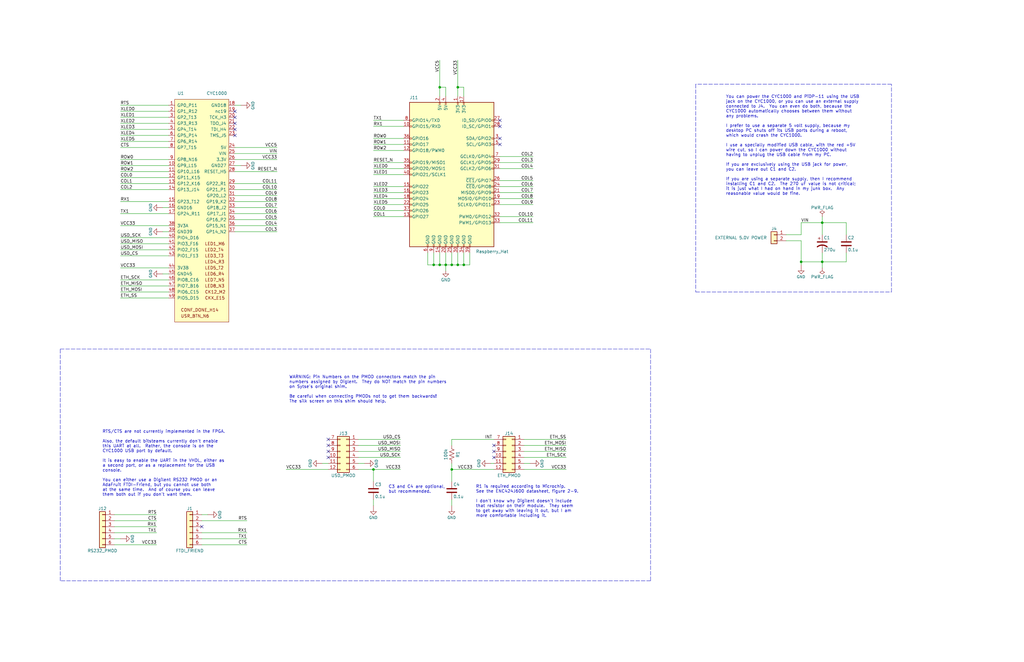
<source format=kicad_sch>
(kicad_sch (version 20210621) (generator eeschema)
  (paper "USLedger")
  (title_block (title "PDP2011 Shim for PiDP-11") (date "2021-01-28") (rev "1") (company "Falco Engineering"))
  (lib_symbols
    (symbol "Connector_Generic:Conn_01x02" (pin_names (offset 1.016) hide)
      (property "Reference" "J" (at 0 2.54 0))
      (property "Value" "Connector_Generic_Conn_01x02" (at 0 -5.08 0))
      (symbol "Conn_01x02_1_1"
        (rectangle (start -1.27 -2.413) (end 0 -2.667) (stroke (width 0.1524)))
        (rectangle (start -1.27 0.127) (end 0 -0.127) (stroke (width 0.1524)))
        (rectangle (start -1.27 1.27) (end 1.27 -3.81) (stroke (width 0.254)) (fill (type background)))
        (pin passive line (at -5.08 0 0) (length 3.81) (name "Pin_1") (number "1"))
        (pin passive line (at -5.08 -2.54 0) (length 3.81) (name "Pin_2") (number "2"))
      )
    )
    (symbol "Connector_Generic:Conn_01x06" (pin_names (offset 1.016) hide)
      (property "Reference" "J" (at 0 7.62 0))
      (property "Value" "Connector_Generic_Conn_01x06" (at 0 -10.16 0))
      (symbol "Conn_01x06_1_1"
        (rectangle (start -1.27 -7.493) (end 0 -7.747) (stroke (width 0.1524)))
        (rectangle (start -1.27 -4.953) (end 0 -5.207) (stroke (width 0.1524)))
        (rectangle (start -1.27 -2.413) (end 0 -2.667) (stroke (width 0.1524)))
        (rectangle (start -1.27 0.127) (end 0 -0.127) (stroke (width 0.1524)))
        (rectangle (start -1.27 2.667) (end 0 2.413) (stroke (width 0.1524)))
        (rectangle (start -1.27 5.207) (end 0 4.953) (stroke (width 0.1524)))
        (rectangle (start -1.27 6.35) (end 1.27 -8.89) (stroke (width 0.254)) (fill (type background)))
        (pin passive line (at -5.08 5.08 0) (length 3.81) (name "Pin_1") (number "1"))
        (pin passive line (at -5.08 2.54 0) (length 3.81) (name "Pin_2") (number "2"))
        (pin passive line (at -5.08 0 0) (length 3.81) (name "Pin_3") (number "3"))
        (pin passive line (at -5.08 -2.54 0) (length 3.81) (name "Pin_4") (number "4"))
        (pin passive line (at -5.08 -5.08 0) (length 3.81) (name "Pin_5") (number "5"))
        (pin passive line (at -5.08 -7.62 0) (length 3.81) (name "Pin_6") (number "6"))
      )
    )
    (symbol "Connector_Generic:Conn_02x06_Top_Bottom" (pin_names (offset 1.016) hide)
      (property "Reference" "J" (at 1.27 7.62 0))
      (property "Value" "Connector_Generic_Conn_02x06_Top_Bottom" (at 1.27 -10.16 0))
      (symbol "Conn_02x06_Top_Bottom_1_1"
        (rectangle (start -1.27 -7.493) (end 0 -7.747) (stroke (width 0.1524)))
        (rectangle (start -1.27 -4.953) (end 0 -5.207) (stroke (width 0.1524)))
        (rectangle (start -1.27 -2.413) (end 0 -2.667) (stroke (width 0.1524)))
        (rectangle (start -1.27 0.127) (end 0 -0.127) (stroke (width 0.1524)))
        (rectangle (start -1.27 2.667) (end 0 2.413) (stroke (width 0.1524)))
        (rectangle (start -1.27 5.207) (end 0 4.953) (stroke (width 0.1524)))
        (rectangle (start -1.27 6.35) (end 3.81 -8.89) (stroke (width 0.254)) (fill (type background)))
        (rectangle (start 3.81 -7.493) (end 2.54 -7.747) (stroke (width 0.1524)))
        (rectangle (start 3.81 -4.953) (end 2.54 -5.207) (stroke (width 0.1524)))
        (rectangle (start 3.81 -2.413) (end 2.54 -2.667) (stroke (width 0.1524)))
        (rectangle (start 3.81 0.127) (end 2.54 -0.127) (stroke (width 0.1524)))
        (rectangle (start 3.81 2.667) (end 2.54 2.413) (stroke (width 0.1524)))
        (rectangle (start 3.81 5.207) (end 2.54 4.953) (stroke (width 0.1524)))
        (pin passive line (at -5.08 5.08 0) (length 3.81) (name "Pin_1") (number "1"))
        (pin passive line (at 7.62 -2.54 180) (length 3.81) (name "Pin_10") (number "10"))
        (pin passive line (at 7.62 -5.08 180) (length 3.81) (name "Pin_11") (number "11"))
        (pin passive line (at 7.62 -7.62 180) (length 3.81) (name "Pin_12") (number "12"))
        (pin passive line (at -5.08 2.54 0) (length 3.81) (name "Pin_2") (number "2"))
        (pin passive line (at -5.08 0 0) (length 3.81) (name "Pin_3") (number "3"))
        (pin passive line (at -5.08 -2.54 0) (length 3.81) (name "Pin_4") (number "4"))
        (pin passive line (at -5.08 -5.08 0) (length 3.81) (name "Pin_5") (number "5"))
        (pin passive line (at -5.08 -7.62 0) (length 3.81) (name "Pin_6") (number "6"))
        (pin passive line (at 7.62 5.08 180) (length 3.81) (name "Pin_7") (number "7"))
        (pin passive line (at 7.62 2.54 180) (length 3.81) (name "Pin_8") (number "8"))
        (pin passive line (at 7.62 0 180) (length 3.81) (name "Pin_9") (number "9"))
      )
    )
    (symbol "Device:C" (pin_numbers hide) (pin_names (offset 0.254))
      (property "Reference" "C" (at 0.635 2.54 0))
      (property "Value" "Device_C" (at 0.635 -2.54 0))
      (symbol "C_0_1"
        (polyline (pts (xy -2.032 -0.762) (xy 2.032 -0.762)) (stroke (width 0.508)))
        (polyline (pts (xy -2.032 0.762) (xy 2.032 0.762)) (stroke (width 0.508)))
      )
      (symbol "C_1_1"
        (pin passive line (at 0 3.81 270) (length 2.794) (name "~") (number "1"))
        (pin passive line (at 0 -3.81 90) (length 2.794) (name "~") (number "2"))
      )
    )
    (symbol "Device:CP1" (pin_numbers hide) (pin_names (offset 0.254) hide)
      (property "Reference" "C" (at 0.635 2.54 0))
      (property "Value" "Device_CP1" (at 0.635 -2.54 0))
      (symbol "CP1_0_1"
        (polyline (pts (xy -2.032 0.762) (xy 2.032 0.762)) (stroke (width 0.508)))
        (polyline (pts (xy -1.778 2.286) (xy -0.762 2.286)))
        (polyline (pts (xy -1.27 1.778) (xy -1.27 2.794)))
        (arc (start 2.032 -1.27) (mid 0 -0.5572) (end -2.032 -1.27) (stroke (width 0.508)))
      )
      (symbol "CP1_1_1"
        (pin passive line (at 0 3.81 270) (length 2.794) (name "~") (number "1"))
        (pin passive line (at 0 -3.81 90) (length 3.302) (name "~") (number "2"))
      )
    )
    (symbol "Device:R_US" (pin_numbers hide) (pin_names (offset 0))
      (property "Reference" "R" (at 2.54 0 90))
      (property "Value" "Device_R_US" (at -2.54 0 90))
      (symbol "R_US_0_1"
        (polyline (pts (xy 0 -2.286) (xy 0 -2.54)))
        (polyline (pts (xy 0 2.286) (xy 0 2.54)))
        (polyline (pts (xy 0 -0.762) (xy 1.016 -1.143) (xy 0 -1.524) (xy -1.016 -1.905) (xy 0 -2.286)))
        (polyline (pts (xy 0 0.762) (xy 1.016 0.381) (xy 0 0) (xy -1.016 -0.381) (xy 0 -0.762)))
        (polyline (pts (xy 0 2.286) (xy 1.016 1.905) (xy 0 1.524) (xy -1.016 1.143) (xy 0 0.762)))
      )
      (symbol "R_US_1_1"
        (pin passive line (at 0 3.81 270) (length 1.27) (name "~") (number "1"))
        (pin passive line (at 0 -3.81 90) (length 1.27) (name "~") (number "2"))
      )
    )
    (symbol "falco_CHAMP:GND" (power) (pin_numbers hide) (pin_names (offset 1.016) hide)
      (property "Value" "GND" (at -1.905 -3.175 0))
      (symbol "GND_1_0"
        (polyline (pts (xy -1.27 0) (xy 1.27 0)))
        (polyline (pts (xy 0 -1.27) (xy -1.27 0)))
        (polyline (pts (xy 0 2.54) (xy 0 0)))
        (polyline (pts (xy 1.27 0) (xy 0 -1.27)))
      )
      (symbol "GND_1_1"
        (pin power_in line (at 0 2.54 270) (length 2.54) hide (name "GND") (number "~"))
      )
    )
    (symbol "falco_fpga:CYC1000" (pin_names (offset 1.016))
      (property "Reference" "U" (at -7.62 5.08 0))
      (property "Value" "CYC1000" (at 7.62 5.08 0))
      (symbol "CYC1000_0_0"
        (text "CK12_M2" (at 2.54 -78.74 0) (effects (font (size 1.27 1.27)) (justify left)))
        (text "CKX_E15" (at 2.54 -81.28 0) (effects (font (size 1.27 1.27)) (justify left)))
        (text "CONF_DONE_H14" (at -7.62 -86.36 0) (effects (font (size 1.27 1.27)) (justify left)))
        (text "LED1_M6" (at 2.54 -58.42 0) (effects (font (size 1.27 1.27)) (justify left)))
        (text "LED2_T4" (at 2.54 -60.96 0) (effects (font (size 1.27 1.27)) (justify left)))
        (text "LED3_T3" (at 2.54 -63.5 0) (effects (font (size 1.27 1.27)) (justify left)))
        (text "LED4_R3" (at 2.54 -66.04 0) (effects (font (size 1.27 1.27)) (justify left)))
        (text "LED5_T2" (at 2.54 -68.58 0) (effects (font (size 1.27 1.27)) (justify left)))
        (text "LED6_R4" (at 2.54 -71.12 0) (effects (font (size 1.27 1.27)) (justify left)))
        (text "LED7_N5" (at 2.54 -73.66 0) (effects (font (size 1.27 1.27)) (justify left)))
        (text "LED8_N3" (at 2.54 -76.2 0) (effects (font (size 1.27 1.27)) (justify left)))
        (text "USR_BTN_N6" (at -7.62 -88.9 0) (effects (font (size 1.27 1.27)) (justify left)))
      )
      (symbol "CYC1000_0_1"
        (rectangle (start -10.16 -91.44) (end 12.7 2.54) (fill (type background)))
      )
      (symbol "CYC1000_1_1"
        (pin bidirectional line (at -12.7 0 0) (length 2.54) (name "GP0_P11") (number "1"))
        (pin bidirectional line (at -12.7 -25.4 0) (length 2.54) (name "GP9_L15") (number "10"))
        (pin bidirectional line (at -12.7 -27.94 0) (length 2.54) (name "GP10_L16") (number "11"))
        (pin bidirectional line (at -12.7 -30.48 0) (length 2.54) (name "GP11_K15") (number "12"))
        (pin bidirectional line (at -12.7 -33.02 0) (length 2.54) (name "GP12_K16") (number "13"))
        (pin bidirectional line (at -12.7 -35.56 0) (length 2.54) (name "GP13_J14") (number "14"))
        (pin bidirectional line (at -12.7 -40.64 0) (length 2.54) (name "GP23_T12") (number "15"))
        (pin power_in line (at -12.7 -43.18 0) (length 2.54) (name "GND16") (number "16"))
        (pin bidirectional line (at -12.7 -45.72 0) (length 2.54) (name "GP24_R11") (number "17"))
        (pin power_in line (at 15.24 0 180) (length 2.54) (name "GND18") (number "18"))
        (pin passive line (at 15.24 -2.54 180) (length 2.54) (name "nc19") (number "19"))
        (pin bidirectional line (at -12.7 -2.54 0) (length 2.54) (name "GP1_R12") (number "2"))
        (pin input line (at 15.24 -5.08 180) (length 2.54) (name "TCK_H3") (number "20"))
        (pin output line (at 15.24 -7.62 180) (length 2.54) (name "TDO_J4") (number "21"))
        (pin input line (at 15.24 -10.16 180) (length 2.54) (name "TDI_H4") (number "22"))
        (pin input line (at 15.24 -12.7 180) (length 2.54) (name "TMS_J5") (number "23"))
        (pin power_out line (at 15.24 -17.78 180) (length 2.54) (name "5V") (number "24"))
        (pin power_in line (at 15.24 -20.32 180) (length 2.54) (name "VIN") (number "25"))
        (pin power_out line (at 15.24 -22.86 180) (length 2.54) (name "3.3V") (number "26"))
        (pin power_in line (at 15.24 -25.4 180) (length 2.54) (name "GND27") (number "27"))
        (pin input line (at 15.24 -27.94 180) (length 2.54) (name "RESET_H5") (number "28"))
        (pin bidirectional line (at 15.24 -33.02 180) (length 2.54) (name "GP22_R1") (number "29"))
        (pin bidirectional line (at -12.7 -5.08 0) (length 2.54) (name "GP2_T13") (number "3"))
        (pin bidirectional line (at 15.24 -35.56 180) (length 2.54) (name "GP21_P1") (number "30"))
        (pin bidirectional line (at 15.24 -38.1 180) (length 2.54) (name "GP20_L2") (number "31"))
        (pin bidirectional line (at 15.24 -40.64 180) (length 2.54) (name "GP19_K2") (number "32"))
        (pin bidirectional line (at 15.24 -43.18 180) (length 2.54) (name "GP18_J2") (number "33"))
        (pin bidirectional line (at 15.24 -45.72 180) (length 2.54) (name "GP17_J1") (number "34"))
        (pin bidirectional line (at 15.24 -48.26 180) (length 2.54) (name "GP16_P2") (number "35"))
        (pin bidirectional line (at 15.24 -50.8 180) (length 2.54) (name "GP15_N1") (number "36"))
        (pin bidirectional line (at 15.24 -53.34 180) (length 2.54) (name "GP14_N2") (number "37"))
        (pin passive line (at -12.7 -50.8 0) (length 2.54) (name "3V3A") (number "38"))
        (pin power_in line (at -12.7 -53.34 0) (length 2.54) (name "GND39") (number "39"))
        (pin bidirectional line (at -12.7 -7.62 0) (length 2.54) (name "GP3_R13") (number "4"))
        (pin bidirectional line (at -12.7 -55.88 0) (length 2.54) (name "PIO4_D16") (number "40"))
        (pin bidirectional line (at -12.7 -58.42 0) (length 2.54) (name "PIO3_F16") (number "41"))
        (pin bidirectional line (at -12.7 -60.96 0) (length 2.54) (name "PIO2_F15") (number "42"))
        (pin bidirectional line (at -12.7 -63.5 0) (length 2.54) (name "PIO1_F13") (number "43"))
        (pin passive line (at -12.7 -68.58 0) (length 2.54) (name "3V3B") (number "44"))
        (pin power_in line (at -12.7 -71.12 0) (length 2.54) (name "GND45") (number "45"))
        (pin bidirectional line (at -12.7 -73.66 0) (length 2.54) (name "PIO8_C16") (number "46"))
        (pin bidirectional line (at -12.7 -76.2 0) (length 2.54) (name "PIO7_B16") (number "47"))
        (pin bidirectional line (at -12.7 -78.74 0) (length 2.54) (name "PIO6_C15") (number "48"))
        (pin bidirectional line (at -12.7 -81.28 0) (length 2.54) (name "PIO5_D15") (number "49"))
        (pin bidirectional line (at -12.7 -10.16 0) (length 2.54) (name "GP4_T14") (number "5"))
        (pin bidirectional line (at -12.7 -12.7 0) (length 2.54) (name "GP5_P14") (number "6"))
        (pin bidirectional line (at -12.7 -15.24 0) (length 2.54) (name "GP6_R14") (number "7"))
        (pin bidirectional line (at -12.7 -17.78 0) (length 2.54) (name "GP7_T15") (number "8"))
        (pin bidirectional line (at -12.7 -22.86 0) (length 2.54) (name "GP8_N16") (number "9"))
      )
    )
    (symbol "falco_pi:Raspberry_Hat" (pin_names (offset 1.016))
      (property "Reference" "J" (at -17.78 31.75 0))
      (property "Value" "Raspberry_Hat" (at 10.16 -31.75 0))
      (symbol "Raspberry_Hat_0_1"
        (rectangle (start -17.78 30.48) (end 17.78 -30.48) (stroke (width 0.254)) (fill (type background)))
      )
      (symbol "Raspberry_Hat_1_1"
        (rectangle (start -16.891 -17.526) (end -17.78 -18.034))
        (rectangle (start -16.891 -14.986) (end -17.78 -15.494))
        (rectangle (start -16.891 -12.446) (end -17.78 -12.954))
        (rectangle (start -16.891 -9.906) (end -17.78 -10.414))
        (rectangle (start -16.891 -7.366) (end -17.78 -7.874))
        (rectangle (start -16.891 -4.826) (end -17.78 -5.334))
        (rectangle (start -16.891 0.254) (end -17.78 -0.254))
        (rectangle (start -16.891 2.794) (end -17.78 2.286))
        (rectangle (start -16.891 5.334) (end -17.78 4.826))
        (rectangle (start -16.891 10.414) (end -17.78 9.906))
        (rectangle (start -16.891 12.954) (end -17.78 12.446))
        (rectangle (start -16.891 15.494) (end -17.78 14.986))
        (rectangle (start -16.891 20.574) (end -17.78 20.066))
        (rectangle (start -16.891 23.114) (end -17.78 22.606))
        (rectangle (start -10.414 -29.591) (end -9.906 -30.48))
        (rectangle (start -7.874 -29.591) (end -7.366 -30.48))
        (rectangle (start -5.334 -29.591) (end -4.826 -30.48))
        (rectangle (start -5.334 30.48) (end -4.826 29.591))
        (rectangle (start -2.794 -29.591) (end -2.286 -30.48))
        (rectangle (start -2.794 30.48) (end -2.286 29.591))
        (rectangle (start -0.254 -29.591) (end 0.254 -30.48))
        (rectangle (start 2.286 -29.591) (end 2.794 -30.48))
        (rectangle (start 2.286 30.48) (end 2.794 29.591))
        (rectangle (start 4.826 -29.591) (end 5.334 -30.48))
        (rectangle (start 4.826 30.48) (end 5.334 29.591))
        (rectangle (start 7.366 -29.591) (end 7.874 -30.48))
        (rectangle (start 17.78 -20.066) (end 16.891 -20.574))
        (rectangle (start 17.78 -17.526) (end 16.891 -18.034))
        (rectangle (start 17.78 -12.446) (end 16.891 -12.954))
        (rectangle (start 17.78 -9.906) (end 16.891 -10.414))
        (rectangle (start 17.78 -7.366) (end 16.891 -7.874))
        (rectangle (start 17.78 -4.826) (end 16.891 -5.334))
        (rectangle (start 17.78 -2.286) (end 16.891 -2.794))
        (rectangle (start 17.78 2.794) (end 16.891 2.286))
        (rectangle (start 17.78 5.334) (end 16.891 4.826))
        (rectangle (start 17.78 7.874) (end 16.891 7.366))
        (rectangle (start 17.78 12.954) (end 16.891 12.446))
        (rectangle (start 17.78 15.494) (end 16.891 14.986))
        (rectangle (start 17.78 20.574) (end 16.891 20.066))
        (rectangle (start 17.78 23.114) (end 16.891 22.606))
        (pin power_in line (at 2.54 33.02 270) (length 2.54) (name "3V3") (number "1"))
        (pin bidirectional line (at -20.32 20.32 0) (length 2.54) (name "GPIO15/RXD") (number "10"))
        (pin bidirectional line (at -20.32 12.7 0) (length 2.54) (name "GPIO17") (number "11"))
        (pin bidirectional line (at -20.32 10.16 0) (length 2.54) (name "GPIO18/PWM0") (number "12"))
        (pin bidirectional line (at -20.32 -17.78 0) (length 2.54) (name "GPIO27") (number "13"))
        (pin power_in line (at -5.08 -33.02 90) (length 2.54) (name "GND") (number "14"))
        (pin bidirectional line (at -20.32 -5.08 0) (length 2.54) (name "GPIO22") (number "15"))
        (pin bidirectional line (at -20.32 -7.62 0) (length 2.54) (name "GPIO23") (number "16"))
        (pin power_in line (at 5.08 33.02 270) (length 2.54) (name "3V3") (number "17"))
        (pin bidirectional line (at -20.32 -10.16 0) (length 2.54) (name "GPIO24") (number "18"))
        (pin bidirectional line (at 20.32 -10.16 180) (length 2.54) (name "MOSI0/GPIO10") (number "19"))
        (pin power_in line (at -5.08 33.02 270) (length 2.54) (name "5V") (number "2"))
        (pin power_in line (at -2.54 -33.02 90) (length 2.54) (name "GND") (number "20"))
        (pin bidirectional line (at 20.32 -7.62 180) (length 2.54) (name "MISO0/GPIO9") (number "21"))
        (pin bidirectional line (at -20.32 -12.7 0) (length 2.54) (name "GPIO25") (number "22"))
        (pin bidirectional line (at 20.32 -12.7 180) (length 2.54) (name "SCLK0/GPIO11") (number "23"))
        (pin bidirectional line (at 20.32 -5.08 180) (length 2.54) (name "~{CE0}/GPIO8") (number "24"))
        (pin power_in line (at 0 -33.02 90) (length 2.54) (name "GND") (number "25"))
        (pin bidirectional line (at 20.32 -2.54 180) (length 2.54) (name "~{CE1}/GPIO7") (number "26"))
        (pin bidirectional line (at 20.32 22.86 180) (length 2.54) (name "ID_SD/GPIO0") (number "27"))
        (pin bidirectional line (at 20.32 20.32 180) (length 2.54) (name "ID_SC/GPIO1") (number "28"))
        (pin bidirectional line (at 20.32 5.08 180) (length 2.54) (name "GCLK1/GPIO5") (number "29"))
        (pin bidirectional line (at 20.32 15.24 180) (length 2.54) (name "SDA/GPIO2") (number "3"))
        (pin power_in line (at 2.54 -33.02 90) (length 2.54) (name "GND") (number "30"))
        (pin bidirectional line (at 20.32 2.54 180) (length 2.54) (name "GCLK2/GPIO6") (number "31"))
        (pin bidirectional line (at 20.32 -17.78 180) (length 2.54) (name "PWM0/GPIO12") (number "32"))
        (pin bidirectional line (at 20.32 -20.32 180) (length 2.54) (name "PWM1/GPIO13") (number "33"))
        (pin power_in line (at 5.08 -33.02 90) (length 2.54) (name "GND") (number "34"))
        (pin bidirectional line (at -20.32 5.08 0) (length 2.54) (name "GPIO19/MISO1") (number "35"))
        (pin bidirectional line (at -20.32 15.24 0) (length 2.54) (name "GPIO16") (number "36"))
        (pin bidirectional line (at -20.32 -15.24 0) (length 2.54) (name "GPIO26") (number "37"))
        (pin bidirectional line (at -20.32 2.54 0) (length 2.54) (name "GPIO20/MOSI1") (number "38"))
        (pin power_in line (at 7.62 -33.02 90) (length 2.54) (name "GND") (number "39"))
        (pin power_in line (at -2.54 33.02 270) (length 2.54) (name "5V") (number "4"))
        (pin bidirectional line (at -20.32 0 0) (length 2.54) (name "GPIO21/SCLK1") (number "40"))
        (pin bidirectional line (at 20.32 12.7 180) (length 2.54) (name "SCL/GPIO3") (number "5"))
        (pin power_in line (at -10.16 -33.02 90) (length 2.54) (name "GND") (number "6"))
        (pin bidirectional line (at 20.32 7.62 180) (length 2.54) (name "GCLK0/GPIO4") (number "7"))
        (pin bidirectional line (at -20.32 22.86 0) (length 2.54) (name "GPIO14/TXD") (number "8"))
        (pin power_in line (at -7.62 -33.02 90) (length 2.54) (name "GND") (number "9"))
      )
    )
    (symbol "power:GND" (power) (pin_names (offset 0))
      (property "Value" "power_GND" (at 0 -3.81 0))
      (symbol "GND_0_1"
        (polyline (pts (xy 0 0) (xy 0 -1.27) (xy 1.27 -1.27) (xy 0 -2.54) (xy -1.27 -1.27) (xy 0 -1.27)))
      )
      (symbol "GND_1_1"
        (pin power_in line (at 0 0 270) (length 0) hide (name "GND") (number "1"))
      )
    )
    (symbol "power:PWR_FLAG" (power) (pin_numbers hide) (pin_names (offset 0) hide)
      (property "Value" "power_PWR_FLAG" (at 0 3.81 0))
      (symbol "PWR_FLAG_0_0"
        (pin power_out line (at 0 0 90) (length 0) (name "pwr") (number "1"))
      )
      (symbol "PWR_FLAG_0_1"
        (polyline (pts (xy 0 0) (xy 0 1.27) (xy -1.016 1.905) (xy 0 2.54) (xy 1.016 1.905) (xy 0 1.27)))
      )
    )
  )
  (junction (at 193.04 111.76))
  (junction (at 337.82 110.49))
  (junction (at 182.88 111.76))
  (junction (at 185.42 111.76))
  (junction (at 346.71 110.49))
  (junction (at 190.5 198.12))
  (junction (at 195.58 111.76))
  (junction (at 190.5 111.76))
  (junction (at 157.48 198.12))
  (junction (at 346.71 93.98))
  (junction (at 193.04 36.83))
  (junction (at 185.42 36.83))
  (junction (at 187.96 111.76))
  (no_connect (at 210.82 60.96))
  (no_connect (at 208.28 187.96))
  (no_connect (at 99.06 57.15))
  (no_connect (at 99.06 52.07))
  (no_connect (at 208.28 190.5))
  (no_connect (at 99.06 46.99))
  (no_connect (at 138.43 185.42))
  (no_connect (at 99.06 49.53))
  (no_connect (at 210.82 50.8))
  (no_connect (at 138.43 193.04))
  (no_connect (at 85.09 222.25))
  (no_connect (at 99.06 54.61))
  (no_connect (at 210.82 58.42))
  (no_connect (at 210.82 53.34))
  (no_connect (at 138.43 187.96))
  (no_connect (at 208.28 193.04))
  (no_connect (at 138.43 190.5))
  (wire (pts (xy 238.76 193.04) (xy 220.98 193.04)))
  (wire (pts (xy 356.87 93.98) (xy 356.87 99.06)))
  (wire (pts (xy 187.96 114.3) (xy 187.96 111.76)))
  (wire (pts (xy 66.04 219.71) (xy 48.26 219.71)))
  (wire (pts (xy 157.48 53.34) (xy 170.18 53.34)))
  (wire (pts (xy 185.42 111.76) (xy 187.96 111.76)))
  (wire (pts (xy 71.12 46.99) (xy 50.8 46.99)))
  (wire (pts (xy 50.8 227.33) (xy 48.26 227.33)))
  (wire (pts (xy 187.96 36.83) (xy 185.42 36.83)))
  (wire (pts (xy 238.76 185.42) (xy 220.98 185.42)))
  (wire (pts (xy 50.8 49.53) (xy 71.12 49.53)))
  (wire (pts (xy 223.52 195.58) (xy 220.98 195.58)))
  (wire (pts (xy 195.58 106.68) (xy 195.58 111.76)))
  (wire (pts (xy 195.58 111.76) (xy 198.12 111.76)))
  (wire (pts (xy 157.48 81.28) (xy 170.18 81.28)))
  (wire (pts (xy 346.71 91.44) (xy 346.71 93.98)))
  (wire (pts (xy 195.58 36.83) (xy 195.58 40.64)))
  (wire (pts (xy 337.82 110.49) (xy 346.71 110.49)))
  (wire (pts (xy 50.8 107.95) (xy 71.12 107.95)))
  (wire (pts (xy 50.8 100.33) (xy 71.12 100.33)))
  (wire (pts (xy 157.48 83.82) (xy 170.18 83.82)))
  (wire (pts (xy 116.84 97.79) (xy 99.06 97.79)))
  (wire (pts (xy 182.88 106.68) (xy 182.88 111.76)))
  (wire (pts (xy 190.5 185.42) (xy 208.28 185.42)))
  (wire (pts (xy 157.48 210.82) (xy 157.48 213.36)))
  (wire (pts (xy 337.82 101.6) (xy 337.82 110.49)))
  (wire (pts (xy 187.96 111.76) (xy 190.5 111.76)))
  (wire (pts (xy 157.48 58.42) (xy 170.18 58.42)))
  (wire (pts (xy 68.58 115.57) (xy 71.12 115.57)))
  (wire (pts (xy 104.14 224.79) (xy 85.09 224.79)))
  (polyline (pts (xy 293.37 123.19) (xy 375.92 123.19)))
  (wire (pts (xy 157.48 60.96) (xy 170.18 60.96)))
  (wire (pts (xy 66.04 229.87) (xy 48.26 229.87)))
  (wire (pts (xy 185.42 36.83) (xy 185.42 40.64)))
  (wire (pts (xy 135.89 195.58) (xy 138.43 195.58)))
  (wire (pts (xy 116.84 85.09) (xy 99.06 85.09)))
  (wire (pts (xy 50.8 72.39) (xy 71.12 72.39)))
  (wire (pts (xy 116.84 62.23) (xy 99.06 62.23)))
  (wire (pts (xy 157.48 71.12) (xy 170.18 71.12)))
  (polyline (pts (xy 25.4 245.11) (xy 25.4 147.32)))
  (wire (pts (xy 180.34 106.68) (xy 180.34 111.76)))
  (wire (pts (xy 193.04 36.83) (xy 193.04 40.64)))
  (wire (pts (xy 50.8 57.15) (xy 71.12 57.15)))
  (wire (pts (xy 346.71 93.98) (xy 356.87 93.98)))
  (wire (pts (xy 238.76 198.12) (xy 220.98 198.12)))
  (wire (pts (xy 185.42 106.68) (xy 185.42 111.76)))
  (wire (pts (xy 50.8 69.85) (xy 71.12 69.85)))
  (wire (pts (xy 346.71 110.49) (xy 356.87 110.49)))
  (wire (pts (xy 187.96 40.64) (xy 187.96 36.83)))
  (wire (pts (xy 337.82 110.49) (xy 337.82 111.76)))
  (wire (pts (xy 116.84 95.25) (xy 99.06 95.25)))
  (wire (pts (xy 50.8 95.25) (xy 71.12 95.25)))
  (wire (pts (xy 182.88 111.76) (xy 185.42 111.76)))
  (polyline (pts (xy 25.4 147.32) (xy 274.32 147.32)))
  (wire (pts (xy 224.79 78.74) (xy 210.82 78.74)))
  (wire (pts (xy 168.91 190.5) (xy 151.13 190.5)))
  (wire (pts (xy 331.47 101.6) (xy 337.82 101.6)))
  (wire (pts (xy 337.82 93.98) (xy 346.71 93.98)))
  (wire (pts (xy 157.48 198.12) (xy 151.13 198.12)))
  (wire (pts (xy 50.8 62.23) (xy 71.12 62.23)))
  (wire (pts (xy 50.8 85.09) (xy 71.12 85.09)))
  (wire (pts (xy 157.48 198.12) (xy 157.48 203.2)))
  (wire (pts (xy 50.8 77.47) (xy 71.12 77.47)))
  (wire (pts (xy 224.79 93.98) (xy 210.82 93.98)))
  (wire (pts (xy 116.84 92.71) (xy 99.06 92.71)))
  (wire (pts (xy 224.79 91.44) (xy 210.82 91.44)))
  (polyline (pts (xy 293.37 35.56) (xy 293.37 123.19)))
  (wire (pts (xy 66.04 222.25) (xy 48.26 222.25)))
  (wire (pts (xy 66.04 224.79) (xy 48.26 224.79)))
  (wire (pts (xy 190.5 195.58) (xy 190.5 198.12)))
  (polyline (pts (xy 274.32 245.11) (xy 25.4 245.11)))
  (wire (pts (xy 116.84 67.31) (xy 99.06 67.31)))
  (wire (pts (xy 116.84 80.01) (xy 99.06 80.01)))
  (wire (pts (xy 238.76 187.96) (xy 220.98 187.96)))
  (wire (pts (xy 50.8 90.17) (xy 71.12 90.17)))
  (wire (pts (xy 224.79 71.12) (xy 210.82 71.12)))
  (wire (pts (xy 50.8 123.19) (xy 71.12 123.19)))
  (wire (pts (xy 120.65 198.12) (xy 138.43 198.12)))
  (wire (pts (xy 50.8 118.11) (xy 71.12 118.11)))
  (wire (pts (xy 50.8 44.45) (xy 71.12 44.45)))
  (wire (pts (xy 190.5 106.68) (xy 190.5 111.76)))
  (wire (pts (xy 190.5 198.12) (xy 190.5 203.2)))
  (wire (pts (xy 346.71 99.06) (xy 346.71 93.98)))
  (wire (pts (xy 157.48 88.9) (xy 170.18 88.9)))
  (wire (pts (xy 50.8 74.93) (xy 71.12 74.93)))
  (wire (pts (xy 116.84 87.63) (xy 99.06 87.63)))
  (wire (pts (xy 66.04 217.17) (xy 48.26 217.17)))
  (wire (pts (xy 157.48 91.44) (xy 170.18 91.44)))
  (wire (pts (xy 346.71 110.49) (xy 346.71 113.03)))
  (wire (pts (xy 238.76 190.5) (xy 220.98 190.5)))
  (wire (pts (xy 157.48 78.74) (xy 170.18 78.74)))
  (wire (pts (xy 50.8 120.65) (xy 71.12 120.65)))
  (wire (pts (xy 50.8 59.69) (xy 71.12 59.69)))
  (wire (pts (xy 190.5 198.12) (xy 208.28 198.12)))
  (wire (pts (xy 85.09 227.33) (xy 104.14 227.33)))
  (wire (pts (xy 50.8 105.41) (xy 71.12 105.41)))
  (wire (pts (xy 356.87 110.49) (xy 356.87 106.68)))
  (wire (pts (xy 185.42 25.4) (xy 185.42 36.83)))
  (wire (pts (xy 157.48 63.5) (xy 170.18 63.5)))
  (wire (pts (xy 157.48 68.58) (xy 170.18 68.58)))
  (wire (pts (xy 50.8 67.31) (xy 71.12 67.31)))
  (wire (pts (xy 207.01 195.58) (xy 208.28 195.58)))
  (wire (pts (xy 101.6 44.45) (xy 99.06 44.45)))
  (wire (pts (xy 190.5 111.76) (xy 193.04 111.76)))
  (wire (pts (xy 193.04 106.68) (xy 193.04 111.76)))
  (wire (pts (xy 168.91 187.96) (xy 151.13 187.96)))
  (wire (pts (xy 224.79 86.36) (xy 210.82 86.36)))
  (wire (pts (xy 116.84 77.47) (xy 99.06 77.47)))
  (wire (pts (xy 50.8 54.61) (xy 71.12 54.61)))
  (wire (pts (xy 170.18 50.8) (xy 157.48 50.8)))
  (wire (pts (xy 346.71 106.68) (xy 346.71 110.49)))
  (wire (pts (xy 50.8 80.01) (xy 71.12 80.01)))
  (wire (pts (xy 337.82 99.06) (xy 337.82 93.98)))
  (wire (pts (xy 224.79 68.58) (xy 210.82 68.58)))
  (wire (pts (xy 157.48 86.36) (xy 170.18 86.36)))
  (wire (pts (xy 85.09 217.17) (xy 87.63 217.17)))
  (wire (pts (xy 168.91 185.42) (xy 151.13 185.42)))
  (wire (pts (xy 116.84 64.77) (xy 99.06 64.77)))
  (wire (pts (xy 168.91 198.12) (xy 157.48 198.12)))
  (wire (pts (xy 168.91 193.04) (xy 151.13 193.04)))
  (wire (pts (xy 101.6 69.85) (xy 99.06 69.85)))
  (wire (pts (xy 104.14 219.71) (xy 85.09 219.71)))
  (wire (pts (xy 190.5 210.82) (xy 190.5 213.36)))
  (polyline (pts (xy 274.32 147.32) (xy 274.32 245.11)))
  (wire (pts (xy 224.79 66.04) (xy 210.82 66.04)))
  (wire (pts (xy 157.48 73.66) (xy 170.18 73.66)))
  (wire (pts (xy 224.79 83.82) (xy 210.82 83.82)))
  (wire (pts (xy 187.96 106.68) (xy 187.96 111.76)))
  (wire (pts (xy 116.84 72.39) (xy 99.06 72.39)))
  (wire (pts (xy 50.8 52.07) (xy 71.12 52.07)))
  (wire (pts (xy 331.47 99.06) (xy 337.82 99.06)))
  (wire (pts (xy 50.8 113.03) (xy 71.12 113.03)))
  (wire (pts (xy 116.84 82.55) (xy 99.06 82.55)))
  (wire (pts (xy 198.12 111.76) (xy 198.12 106.68)))
  (wire (pts (xy 193.04 25.4) (xy 193.04 36.83)))
  (wire (pts (xy 193.04 111.76) (xy 195.58 111.76)))
  (wire (pts (xy 153.67 195.58) (xy 151.13 195.58)))
  (wire (pts (xy 224.79 76.2) (xy 210.82 76.2)))
  (wire (pts (xy 180.34 111.76) (xy 182.88 111.76)))
  (wire (pts (xy 50.8 125.73) (xy 71.12 125.73)))
  (wire (pts (xy 193.04 36.83) (xy 195.58 36.83)))
  (wire (pts (xy 68.58 87.63) (xy 71.12 87.63)))
  (wire (pts (xy 50.8 102.87) (xy 71.12 102.87)))
  (wire (pts (xy 68.58 97.79) (xy 71.12 97.79)))
  (wire (pts (xy 224.79 81.28) (xy 210.82 81.28)))
  (wire (pts (xy 116.84 90.17) (xy 99.06 90.17)))
  (wire (pts (xy 104.14 229.87) (xy 85.09 229.87)))
  (polyline (pts (xy 375.92 123.19) (xy 375.92 35.56)))
  (polyline (pts (xy 375.92 35.56) (xy 293.37 35.56)))
  (wire (pts (xy 190.5 187.96) (xy 190.5 185.42)))
  (text "You can power the CYC1000 and PiDP-11 using the USB\njack on the CYC1000, or you can use an external supply\nconnected to J4.  You can even do both, because the\nCYC1000 automatically chooses between them without\nany problems.\n\nI prefer to use a separate 5 volt supply, because my\ndesktop PC shuts off its USB ports during a reboot,\nwhich would crash the CYC1000.\n\nI use a specially modified USB cable, with the red +5V\nwire cut, so I can power down the CYC1000 without\nhaving to unplug the USB cable from my PC.\n\nIf you are exclusively using the USB jack for power,\nyou can leave out C1 and C2.\n\nIf you are using a separate supply, then I recommend\ninstalling C1 and C2.  The 270 uF value is not critical;\nit is just what I had on hand in my junk box.  Any\nreasonable value would be fine." (at 306.07 82.55 0) (effects (font (size 1.27 1.27)) (justify left bottom)))
  (text "WARNING: Pin Numbers on the PMOD connectors match the pin\nnumbers assigned by Diglent.  They do NOT match the pin numbers\non Sytse's original shim.\n\nBe careful when connecting PMODs not to get them backwards!\nThe silk screen on this shim should help." (at 121.92 170.18 0) (effects (font (size 1.27 1.27)) (justify left bottom)))
  (text "C3 and C4 are optional,\nbut recommended." (at 163.83 208.28 0) (effects (font (size 1.27 1.27)) (justify left bottom)))
  (text "RTS/CTS are not currently implemented in the FPGA.\n\nAlso, the default bitsteams currently don't enable\nthis UART at all.  Rather, the console is on the\nCYC1000 USB port by default.\n\nIt is easy to enable the UART in the VHDL, either as\na second port, or as a replacement for the USB\nconsole.\n\nYou can either use a Digilent RS232 PMOD or an\nAdaFruit FTDI-Friend, but you cannot use both\nat the same time.  And of course you can leave\nthem both out if you don't want them." (at 43.18 209.55 0) (effects (font (size 1.27 1.27)) (justify left bottom)))
  (text "R1 is required according to Microchip.\nSee the ENC424J600 datasheet, figure 2-9.\n\nI don't know why Digilent doesn't include\nthat resistor on their module.  They seem\nto get away with leaving it out, but I am\nmore comfortable including it." (at 200.66 218.44 0) (effects (font (size 1.27 1.27)) (justify left bottom)))
  (label "VCC33" (at 120.65 198.12 0))
  (label "VIN" (at 116.84 64.77 180))
  (label "XLED0" (at 50.8 46.99 0))
  (label "ETH_MISO" (at 238.76 190.5 180))
  (label "USD_MISO" (at 168.91 190.5 180))
  (label "VCC33" (at 193.04 198.12 0))
  (label "ROW0" (at 157.48 58.42 0))
  (label "XLED3" (at 157.48 81.28 0))
  (label "XLED3" (at 50.8 54.61 0))
  (label "RX1" (at 157.48 53.34 0))
  (label "RX1" (at 50.8 85.09 0))
  (label "RTS" (at 104.14 219.71 180))
  (label "ETH_MOSI" (at 238.76 187.96 180))
  (label "ETH_SCK" (at 50.8 118.11 0))
  (label "COL10" (at 116.84 80.01 180))
  (label "ROW2" (at 50.8 72.39 0))
  (label "USD_CS" (at 50.8 107.95 0))
  (label "XLED1" (at 50.8 49.53 0))
  (label "VCC33" (at 50.8 95.25 0))
  (label "USD_MOSI" (at 50.8 105.41 0))
  (label "RX1" (at 66.04 222.25 180))
  (label "COL11" (at 224.79 93.98 180))
  (label "USD_MISO" (at 50.8 102.87 0))
  (label "XLED5" (at 157.48 86.36 0))
  (label "RESET_N" (at 116.84 72.39 180))
  (label "COL4" (at 224.79 71.12 180))
  (label "RTS" (at 50.8 44.45 0))
  (label "XLED0" (at 157.48 71.12 0))
  (label "VCC33" (at 168.91 198.12 180))
  (label "CTS" (at 104.14 229.87 180))
  (label "RESET_N" (at 157.48 68.58 0))
  (label "VCC33" (at 238.76 198.12 180))
  (label "COL3" (at 224.79 68.58 180))
  (label "COL0" (at 50.8 74.93 0))
  (label "COL8" (at 224.79 83.82 180))
  (label "ROW0" (at 50.8 67.31 0))
  (label "USD_CS" (at 168.91 185.42 180))
  (label "XLED2" (at 50.8 52.07 0))
  (label "COL3" (at 116.84 97.79 180))
  (label "ROW2" (at 157.48 63.5 0))
  (label "COL4" (at 116.84 95.25 180))
  (label "COL7" (at 116.84 87.63 180))
  (label "VCC5" (at 185.42 25.4 270))
  (label "RX1" (at 104.14 224.79 180))
  (label "ETH_SCK" (at 238.76 193.04 180))
  (label "CTS" (at 50.8 62.23 0))
  (label "CTS" (at 66.04 219.71 180))
  (label "XLED4" (at 157.48 83.82 0))
  (label "TX1" (at 104.14 227.33 180))
  (label "XLED5" (at 50.8 59.69 0))
  (label "COL11" (at 116.84 77.47 180))
  (label "ETH_SS" (at 50.8 125.73 0))
  (label "COL9" (at 224.79 86.36 180))
  (label "TX1" (at 66.04 224.79 180))
  (label "VCC33" (at 50.8 113.03 0))
  (label "VIN" (at 337.82 93.98 0))
  (label "COL10" (at 224.79 91.44 180))
  (label "COL5" (at 224.79 76.2 180))
  (label "VCC5" (at 116.84 62.23 180))
  (label "COL8" (at 116.84 85.09 180))
  (label "COL1" (at 157.48 91.44 0))
  (label "ETH_MISO" (at 50.8 120.65 0))
  (label "COL6" (at 116.84 90.17 180))
  (label "COL0" (at 157.48 88.9 0))
  (label "ROW1" (at 157.48 60.96 0))
  (label "XLED4" (at 50.8 57.15 0))
  (label "VCC33" (at 193.04 25.4 270))
  (label "COL9" (at 116.84 82.55 180))
  (label "COL1" (at 50.8 77.47 0))
  (label "COL6" (at 224.79 78.74 180))
  (label "XLED2" (at 157.48 78.74 0))
  (label "USD_MOSI" (at 168.91 187.96 180))
  (label "COL2" (at 50.8 80.01 0))
  (label "COL2" (at 224.79 66.04 180))
  (label "USD_SCK" (at 168.91 193.04 180))
  (label "VCC33" (at 66.04 229.87 180))
  (label "ETH_MOSI" (at 50.8 123.19 0))
  (label "XLED1" (at 157.48 73.66 0))
  (label "USD_SCK" (at 50.8 100.33 0))
  (label "VCC33" (at 116.84 67.31 180))
  (label "INT" (at 204.47 185.42 0))
  (label "RTS" (at 66.04 217.17 180))
  (label "TX1" (at 50.8 90.17 0))
  (label "COL7" (at 224.79 81.28 180))
  (label "ETH_SS" (at 238.76 185.42 180))
  (label "TX1" (at 157.48 50.8 0))
  (label "COL5" (at 116.84 92.71 180))
  (label "ROW1" (at 50.8 69.85 0))
  (symbol (lib_id "Connector_Generic:Conn_02x06_Top_Bottom") (at 146.05 190.5 0) (mirror y) (unit 1)
    (property "Reference" "J13" (at 144.78 182.88 0))
    (property "Value" "USD_PMOD" (at 144.78 200.66 0))
    (property "Footprint" "falco_digilent:uSD-2x6" (effects hide))
  )
  (symbol (lib_id "falco_CHAMP:GND") (at 133.35 195.58 270) (unit 1)
    (property "Reference" "#SUPPLY011" (effects hide))
    (property "Value" "GND" (at 130.175 193.675 0) (effects (font (size 1.143 1.143)) (justify left bottom)))
  )
  (symbol (lib_id "Device:C") (at 157.48 207.01 0) (unit 1)
    (property "Reference" "C3" (at 158.115 204.47 0) (effects (justify left)))
    (property "Value" "0.1u" (at 158.115 209.55 0) (effects (justify left)))
    (property "Footprint" "Capacitor_THT:C_Disc_D5.0mm_W2.5mm_P5.00mm" (effects hide))
  )
  (symbol (lib_id "Device:C") (at 190.5 207.01 0) (unit 1)
    (property "Reference" "C4" (at 191.135 204.47 0) (effects (justify left)))
    (property "Value" "0.1u" (at 191.135 209.55 0) (effects (justify left)))
    (property "Footprint" "Capacitor_THT:C_Disc_D5.0mm_W2.5mm_P5.00mm" (effects hide))
  )
  (symbol (lib_id "falco_fpga:CYC1000") (at 83.82 44.45 0) (unit 1)
    (property "Reference" "U1" (at 76.2 39.37 0))
    (property "Value" "CYC1000" (at 91.44 39.37 0))
    (property "Footprint" "falco_CYC1000:CYC1000" (effects hide))
  )
  (symbol (lib_id "power:GND") (at 187.96 114.3 0) (unit 1)
    (property "Reference" "#PWR01" (effects hide))
    (property "Value" "GND" (at 187.96 118.11 0))
  )
  (symbol (lib_id "falco_CHAMP:GND") (at 104.14 44.45 90) (unit 1)
    (property "Reference" "#SUPPLY01" (effects hide))
    (property "Value" "GND" (at 107.315 46.355 0) (effects (font (size 1.143 1.143)) (justify left bottom)))
  )
  (symbol (lib_id "falco_CHAMP:GND") (at 104.14 69.85 90) (unit 1)
    (property "Reference" "#SUPPLY02" (effects hide))
    (property "Value" "GND" (at 107.315 71.755 0) (effects (font (size 1.143 1.143)) (justify left bottom)))
  )
  (symbol (lib_id "falco_CHAMP:GND") (at 66.04 87.63 270) (unit 1)
    (property "Reference" "#SUPPLY03" (effects hide))
    (property "Value" "GND" (at 62.865 85.725 0) (effects (font (size 1.143 1.143)) (justify left bottom)))
  )
  (symbol (lib_id "falco_CHAMP:GND") (at 66.04 97.79 270) (unit 1)
    (property "Reference" "#SUPPLY04" (effects hide))
    (property "Value" "GND" (at 62.865 95.885 0) (effects (font (size 1.143 1.143)) (justify left bottom)))
  )
  (symbol (lib_id "falco_CHAMP:GND") (at 66.04 115.57 270) (unit 1)
    (property "Reference" "#SUPPLY05" (effects hide))
    (property "Value" "GND" (at 62.865 113.665 0) (effects (font (size 1.143 1.143)) (justify left bottom)))
  )
  (symbol (lib_id "falco_CHAMP:GND") (at 157.48 215.9 0) (unit 1)
    (property "Reference" "#SUPPLY0103" (effects hide))
    (property "Value" "GND" (at 155.575 219.075 0) (effects (font (size 1.143 1.143)) (justify left bottom)))
  )
  (symbol (lib_id "falco_CHAMP:GND") (at 190.5 215.9 0) (unit 1)
    (property "Reference" "#SUPPLY0104" (effects hide))
    (property "Value" "GND" (at 188.595 219.075 0) (effects (font (size 1.143 1.143)) (justify left bottom)))
  )
  (symbol (lib_id "Connector_Generic:Conn_01x06") (at 43.18 222.25 0) (mirror y) (unit 1)
    (property "Reference" "J12" (at 43.18 214.63 0))
    (property "Value" "RS232_PMOD" (at 43.18 232.41 0))
    (property "Footprint" "falco_digilent:rs232-1x6" (effects hide))
  )
  (symbol (lib_id "Connector_Generic:Conn_02x06_Top_Bottom") (at 215.9 190.5 0) (mirror y) (unit 1)
    (property "Reference" "J14" (at 214.63 182.88 0))
    (property "Value" "ETH_PMOD" (at 214.63 200.66 0))
    (property "Footprint" "falco_digilent:ethernet-2x6" (effects hide))
  )
  (symbol (lib_id "Device:R_US") (at 190.5 191.77 0) (unit 1)
    (property "Reference" "R1" (at 193.04 191.77 90))
    (property "Value" "100k" (at 187.96 191.77 90))
    (property "Footprint" "Resistor_THT:R_Axial_DIN0207_L6.3mm_D2.5mm_P7.62mm_Horizontal" (effects hide))
  )
  (symbol (lib_id "falco_CHAMP:GND") (at 53.34 227.33 90) (unit 1)
    (property "Reference" "#SUPPLY06" (effects hide))
    (property "Value" "GND" (at 56.515 229.235 0) (effects (font (size 1.143 1.143)) (justify left bottom)))
  )
  (symbol (lib_id "falco_CHAMP:GND") (at 156.21 195.58 90) (unit 1)
    (property "Reference" "#SUPPLY08" (effects hide))
    (property "Value" "GND" (at 159.385 197.485 0) (effects (font (size 1.143 1.143)) (justify left bottom)))
  )
  (symbol (lib_id "falco_CHAMP:GND") (at 226.06 195.58 90) (unit 1)
    (property "Reference" "#SUPPLY09" (effects hide))
    (property "Value" "GND" (at 229.235 197.485 0) (effects (font (size 1.143 1.143)) (justify left bottom)))
  )
  (symbol (lib_id "falco_CHAMP:GND") (at 204.47 195.58 270) (unit 1)
    (property "Reference" "#SUPPLY0102" (effects hide))
    (property "Value" "GND" (at 201.295 193.675 0) (effects (font (size 1.143 1.143)) (justify left bottom)))
  )
  (symbol (lib_id "Connector_Generic:Conn_01x02") (at 326.39 99.06 0) (mirror y) (unit 1)
    (property "Reference" "J4" (at 326.39 96.52 0))
    (property "Value" "EXTERNAL 5.0V POWER" (at 312.42 100.33 0))
    (property "Footprint" "Connector_PinHeader_2.54mm:PinHeader_1x02_P2.54mm_Vertical" (effects hide))
  )
  (symbol (lib_id "power:PWR_FLAG") (at 346.71 113.03 180) (unit 1)
    (property "Reference" "#FLG0101" (effects hide))
    (property "Value" "PWR_FLAG" (at 346.71 116.84 0))
  )
  (symbol (lib_id "falco_CHAMP:GND") (at 337.82 114.3 0) (unit 1)
    (property "Reference" "#SUPPLY0101" (effects hide))
    (property "Value" "GND" (at 335.915 117.475 0) (effects (font (size 1.143 1.143)) (justify left bottom)))
  )
  (symbol (lib_id "Connector_Generic:Conn_01x06") (at 80.01 222.25 0) (mirror y) (unit 1)
    (property "Reference" "J1" (at 80.01 214.63 0))
    (property "Value" "FTDI_FRIEND" (at 80.01 232.41 0))
    (property "Footprint" "falco_adafruit:ftdi-friend-1x6" (effects hide))
  )
  (symbol (lib_id "falco_CHAMP:GND") (at 90.17 217.17 90) (unit 1)
    (property "Reference" "#SUPPLY07" (effects hide))
    (property "Value" "GND" (at 93.345 219.075 0) (effects (font (size 1.143 1.143)) (justify left bottom)))
  )
  (symbol (lib_id "power:PWR_FLAG") (at 346.71 91.44 0) (unit 1)
    (property "Reference" "#FLG0103" (effects hide))
    (property "Value" "PWR_FLAG" (at 346.71 87.63 0))
  )
  (symbol (lib_id "falco_pi:Raspberry_Hat") (at 190.5 73.66 0) (unit 1)
    (property "Reference" "J11" (at 172.72 41.91 0) (effects (justify left bottom)))
    (property "Value" "Raspberry_Hat" (at 200.66 105.41 0) (effects (justify left top)))
    (property "Footprint" "Connector_PinHeader_2.54mm:PinHeader_2x20_P2.54mm_Vertical" (effects hide))
    (property "Datasheet" "https://www.raspberrypi.org/documentation/hardware/raspberrypi/schematics/rpi_SCH_3bplus_1p0_reduced.pdf" (effects hide))
  )
  (symbol (lib_id "Device:CP1") (at 346.71 102.87 0) (unit 1)
    (property "Reference" "C1" (at 347.345 100.33 0) (effects (justify left)))
    (property "Value" "270u" (at 347.345 105.41 0) (effects (justify left)))
    (property "Footprint" "Capacitor_THT:CP_Radial_D10.0mm_P5.00mm" (effects hide))
  )
  (symbol (lib_id "Device:C") (at 356.87 102.87 0) (unit 1)
    (property "Reference" "C2" (at 357.505 100.33 0) (effects (justify left)))
    (property "Value" "0.1u" (at 357.505 105.41 0) (effects (justify left)))
    (property "Footprint" "Capacitor_THT:C_Disc_D5.0mm_W2.5mm_P5.00mm" (effects hide))
  )
)
</source>
